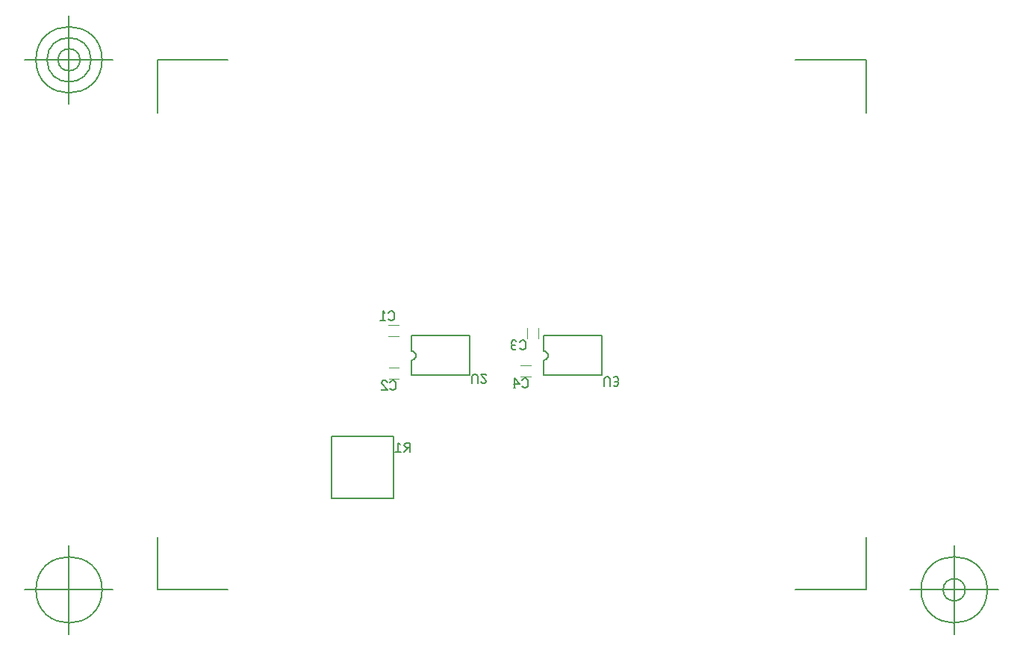
<source format=gbr>
G04 Generated by Ultiboard 13.0 *
%FSLAX25Y25*%
%MOIN*%

%ADD10C,0.00001*%
%ADD11C,0.00800*%
%ADD12C,0.00667*%
%ADD13C,0.00100*%
%ADD14C,0.00500*%


G04 ColorRGB FF14FF for the following layer *
%LNSilkscreen Bottom*%
%LPD*%
G54D10*
G54D11*
X162008Y104858D02*
X187992Y104858D01*
X187992Y87142D01*
X162008Y87142D01*
X162008Y94031D02*
X162179Y94039D01*
X162350Y94061D01*
X162517Y94099D01*
X162681Y94150D01*
X162840Y94216D01*
X162992Y94295D01*
X163137Y94387D01*
X163273Y94492D01*
X163400Y94608D01*
X163516Y94735D01*
X163620Y94871D01*
X163713Y95016D01*
X163792Y95168D01*
X163858Y95327D01*
X163909Y95491D01*
X163946Y95658D01*
X163969Y95828D01*
X163976Y96000D01*
X163969Y96172D01*
X163946Y96342D01*
X163909Y96509D01*
X163858Y96673D01*
X163792Y96832D01*
X163713Y96984D01*
X163620Y97129D01*
X163516Y97265D01*
X163400Y97392D01*
X163273Y97508D01*
X163137Y97613D01*
X162992Y97705D01*
X162840Y97784D01*
X162681Y97850D01*
X162517Y97901D01*
X162350Y97939D01*
X162179Y97961D01*
X162008Y97969D01*
X162008Y87142D02*
X162008Y94031D01*
X162008Y97969D02*
X162008Y104858D01*
X103008Y104858D02*
X128992Y104858D01*
X128992Y87142D01*
X103008Y87142D01*
X103008Y94031D02*
X103179Y94039D01*
X103350Y94061D01*
X103517Y94099D01*
X103681Y94150D01*
X103840Y94216D01*
X103992Y94295D01*
X104137Y94387D01*
X104273Y94492D01*
X104400Y94608D01*
X104516Y94735D01*
X104620Y94871D01*
X104713Y95016D01*
X104792Y95168D01*
X104858Y95327D01*
X104909Y95491D01*
X104946Y95658D01*
X104969Y95828D01*
X104976Y96000D01*
X104969Y96172D01*
X104946Y96342D01*
X104909Y96509D01*
X104858Y96673D01*
X104792Y96832D01*
X104713Y96984D01*
X104620Y97129D01*
X104516Y97265D01*
X104400Y97392D01*
X104273Y97508D01*
X104137Y97613D01*
X103992Y97705D01*
X103840Y97784D01*
X103681Y97850D01*
X103517Y97901D01*
X103350Y97939D01*
X103179Y97961D01*
X103008Y97969D01*
X103008Y87142D02*
X103008Y94031D01*
X103008Y97969D02*
X103008Y104858D01*
X67220Y59780D02*
X94780Y59780D01*
X94780Y32220D01*
X67220Y32220D01*
X67220Y59780D01*
G54D12*
X129954Y83405D02*
X129954Y86834D01*
X130808Y87691D01*
X131661Y87691D01*
X132514Y86834D01*
X132514Y83405D01*
X133794Y84262D02*
X134648Y83405D01*
X135501Y83405D01*
X136354Y84262D01*
X136354Y84691D01*
X133794Y87691D01*
X136354Y87691D01*
X136354Y87262D01*
X189009Y82224D02*
X189009Y85652D01*
X189863Y86510D01*
X190716Y86510D01*
X191569Y85652D01*
X191569Y82224D01*
X193276Y82652D02*
X193703Y82224D01*
X194556Y82224D01*
X195409Y83081D01*
X195409Y83938D01*
X194983Y84367D01*
X195409Y84795D01*
X195409Y85652D01*
X194556Y86510D01*
X193703Y86510D01*
X193276Y86081D01*
X193703Y84367D02*
X194983Y84367D01*
X102135Y52766D02*
X102135Y57052D01*
X100429Y57052D01*
X99575Y56195D01*
X99575Y55766D01*
X100429Y54909D01*
X102135Y54909D01*
X101709Y54909D02*
X99575Y52766D01*
X97869Y56195D02*
X97015Y57052D01*
X97015Y52766D01*
X98295Y52766D02*
X95735Y52766D01*
X152381Y82387D02*
X153234Y81530D01*
X154088Y81530D01*
X154941Y82387D01*
X154941Y84958D01*
X154088Y85816D01*
X153234Y85816D01*
X152381Y84958D01*
X148541Y83244D02*
X151101Y83244D01*
X148968Y85816D01*
X148968Y81530D01*
X149394Y81530D02*
X148541Y81530D01*
X151381Y99387D02*
X152234Y98530D01*
X153088Y98530D01*
X153941Y99387D01*
X153941Y101958D01*
X153088Y102816D01*
X152234Y102816D01*
X151381Y101958D01*
X149674Y102387D02*
X149248Y102816D01*
X148394Y102816D01*
X147541Y101958D01*
X147541Y101101D01*
X147968Y100673D01*
X147541Y100244D01*
X147541Y99387D01*
X148394Y98530D01*
X149248Y98530D01*
X149674Y98958D01*
X149248Y100673D02*
X147968Y100673D01*
X93381Y81387D02*
X94234Y80530D01*
X95088Y80530D01*
X95941Y81387D01*
X95941Y83958D01*
X95088Y84816D01*
X94234Y84816D01*
X93381Y83958D01*
X92101Y83958D02*
X91248Y84816D01*
X90394Y84816D01*
X89541Y83958D01*
X89541Y83530D01*
X92101Y80530D01*
X89541Y80530D01*
X89541Y80958D01*
X92679Y112366D02*
X93532Y111509D01*
X94386Y111509D01*
X95239Y112366D01*
X95239Y114937D01*
X94386Y115794D01*
X93532Y115794D01*
X92679Y114937D01*
X90972Y114937D02*
X90119Y115794D01*
X90119Y111509D01*
X91399Y111509D02*
X88839Y111509D01*
G54D13*
X151711Y91466D02*
X156157Y91465D01*
X151725Y86541D02*
X156110Y86550D01*
X154534Y103711D02*
X154535Y108157D01*
X159459Y103725D02*
X159450Y108110D01*
X92811Y90466D02*
X97257Y90465D01*
X92825Y85541D02*
X97210Y85550D01*
X92711Y109466D02*
X97157Y109465D01*
X92725Y104541D02*
X97110Y104550D01*
G54D14*
X-10557Y-8589D02*
X-10557Y15058D01*
X-10557Y-8589D02*
X21082Y-8589D01*
X305833Y-8589D02*
X274194Y-8589D01*
X305833Y-8589D02*
X305833Y15058D01*
X305833Y227880D02*
X305833Y204233D01*
X305833Y227880D02*
X274194Y227880D01*
X-10557Y227880D02*
X21082Y227880D01*
X-10557Y227880D02*
X-10557Y204233D01*
X-30243Y-8589D02*
X-69613Y-8589D01*
X-49928Y-28274D02*
X-49928Y11096D01*
X-64691Y-8589D02*
G75*
D01*
G02X-64691Y-8589I14763J0*
G01*
X325518Y-8589D02*
X364888Y-8589D01*
X345203Y-28274D02*
X345203Y11096D01*
X330439Y-8589D02*
G75*
D01*
G02X330439Y-8589I14764J0*
G01*
X340282Y-8589D02*
G75*
D01*
G02X340282Y-8589I4921J0*
G01*
X-30243Y227880D02*
X-69613Y227880D01*
X-49928Y208195D02*
X-49928Y247565D01*
X-64691Y227880D02*
G75*
D01*
G02X-64691Y227880I14763J0*
G01*
X-59770Y227880D02*
G75*
D01*
G02X-59770Y227880I9842J0*
G01*
X-54849Y227880D02*
G75*
D01*
G02X-54849Y227880I4921J0*
G01*

M02*

</source>
